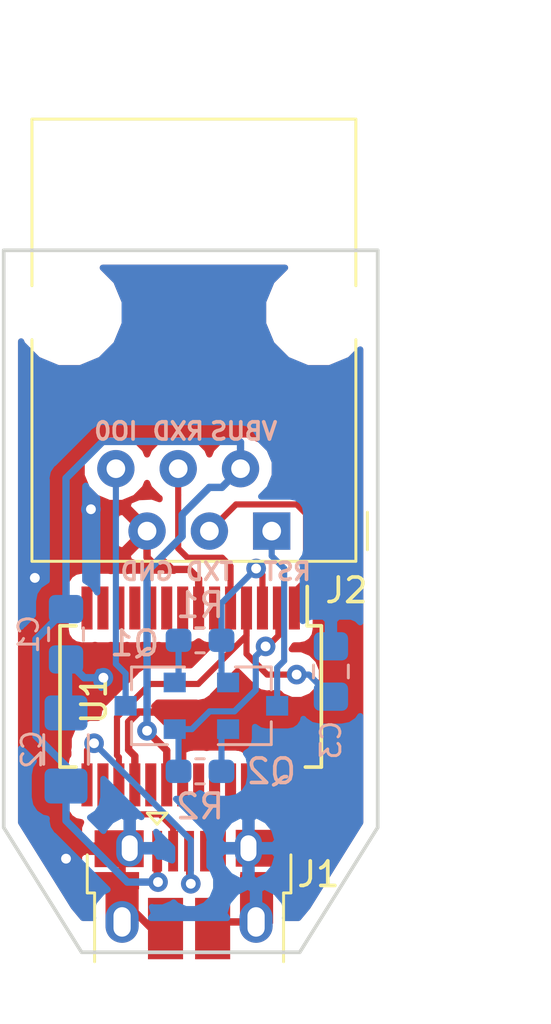
<source format=kicad_pcb>
(kicad_pcb (version 20171130) (host pcbnew 5.0.1)

  (general
    (thickness 1)
    (drawings 14)
    (tracks 132)
    (zones 0)
    (modules 10)
    (nets 27)
  )

  (page A4)
  (layers
    (0 F.Cu signal)
    (31 B.Cu signal)
    (32 B.Adhes user)
    (33 F.Adhes user)
    (34 B.Paste user)
    (35 F.Paste user)
    (36 B.SilkS user)
    (37 F.SilkS user)
    (38 B.Mask user)
    (39 F.Mask user)
    (40 Dwgs.User user)
    (41 Cmts.User user)
    (42 Eco1.User user)
    (43 Eco2.User user)
    (44 Edge.Cuts user)
    (45 Margin user)
    (46 B.CrtYd user)
    (47 F.CrtYd user)
    (48 B.Fab user)
    (49 F.Fab user)
  )

  (setup
    (last_trace_width 0.25)
    (trace_clearance 0.2)
    (zone_clearance 0.508)
    (zone_45_only no)
    (trace_min 0.2)
    (segment_width 0.2)
    (edge_width 0.15)
    (via_size 0.8)
    (via_drill 0.4)
    (via_min_size 0.4)
    (via_min_drill 0.3)
    (uvia_size 0.3)
    (uvia_drill 0.1)
    (uvias_allowed no)
    (uvia_min_size 0.2)
    (uvia_min_drill 0.1)
    (pcb_text_width 0.3)
    (pcb_text_size 1.5 1.5)
    (mod_edge_width 0.15)
    (mod_text_size 1 1)
    (mod_text_width 0.15)
    (pad_size 1.75 0.45)
    (pad_drill 0)
    (pad_to_mask_clearance 0.2)
    (solder_mask_min_width 0.25)
    (aux_axis_origin 0 0)
    (visible_elements FFFFFF7F)
    (pcbplotparams
      (layerselection 0x010f0_ffffffff)
      (usegerberextensions true)
      (usegerberattributes false)
      (usegerberadvancedattributes false)
      (creategerberjobfile false)
      (excludeedgelayer true)
      (linewidth 0.100000)
      (plotframeref false)
      (viasonmask false)
      (mode 1)
      (useauxorigin false)
      (hpglpennumber 1)
      (hpglpenspeed 20)
      (hpglpendiameter 15.000000)
      (psnegative false)
      (psa4output false)
      (plotreference true)
      (plotvalue false)
      (plotinvisibletext false)
      (padsonsilk false)
      (subtractmaskfromsilk true)
      (outputformat 1)
      (mirror false)
      (drillshape 0)
      (scaleselection 1)
      (outputdirectory ""))
  )

  (net 0 "")
  (net 1 GND)
  (net 2 /3v3)
  (net 3 /VBUS)
  (net 4 /TXD)
  (net 5 /RXD)
  (net 6 /USBDM)
  (net 7 /USBDP)
  (net 8 "Net-(J1-Pad4)")
  (net 9 /RESET)
  (net 10 /IO0)
  (net 11 "Net-(Q1-Pad1)")
  (net 12 /DTR)
  (net 13 /RTS)
  (net 14 "Net-(Q2-Pad1)")
  (net 15 "Net-(U1-Pad6)")
  (net 16 "Net-(U1-Pad9)")
  (net 17 "Net-(U1-Pad10)")
  (net 18 "Net-(U1-Pad11)")
  (net 19 "Net-(U1-Pad12)")
  (net 20 "Net-(U1-Pad13)")
  (net 21 "Net-(U1-Pad14)")
  (net 22 "Net-(U1-Pad19)")
  (net 23 "Net-(U1-Pad22)")
  (net 24 "Net-(U1-Pad23)")
  (net 25 "Net-(U1-Pad27)")
  (net 26 "Net-(U1-Pad28)")

  (net_class Default "これはデフォルトのネット クラスです。"
    (clearance 0.2)
    (trace_width 0.25)
    (via_dia 0.8)
    (via_drill 0.4)
    (uvia_dia 0.3)
    (uvia_drill 0.1)
    (add_net /3v3)
    (add_net /DTR)
    (add_net /IO0)
    (add_net /RESET)
    (add_net /RTS)
    (add_net /RXD)
    (add_net /TXD)
    (add_net /USBDM)
    (add_net /USBDP)
    (add_net "Net-(J1-Pad4)")
    (add_net "Net-(Q1-Pad1)")
    (add_net "Net-(Q2-Pad1)")
    (add_net "Net-(U1-Pad10)")
    (add_net "Net-(U1-Pad11)")
    (add_net "Net-(U1-Pad12)")
    (add_net "Net-(U1-Pad13)")
    (add_net "Net-(U1-Pad14)")
    (add_net "Net-(U1-Pad19)")
    (add_net "Net-(U1-Pad22)")
    (add_net "Net-(U1-Pad23)")
    (add_net "Net-(U1-Pad27)")
    (add_net "Net-(U1-Pad28)")
    (add_net "Net-(U1-Pad6)")
    (add_net "Net-(U1-Pad9)")
  )

  (net_class Power ""
    (clearance 0.2)
    (trace_width 0.3)
    (via_dia 0.8)
    (via_drill 0.4)
    (uvia_dia 0.3)
    (uvia_drill 0.1)
    (add_net /VBUS)
    (add_net GND)
  )

  (module Capacitor_SMD:C_0805_2012Metric_Pad1.15x1.40mm_HandSolder (layer B.Cu) (tedit 5BA6338D) (tstamp 5BA72743)
    (at 145.415 97.545 270)
    (descr "Capacitor SMD 0805 (2012 Metric), square (rectangular) end terminal, IPC_7351 nominal with elongated pad for handsoldering. (Body size source: https://docs.google.com/spreadsheets/d/1BsfQQcO9C6DZCsRaXUlFlo91Tg2WpOkGARC1WS5S8t0/edit?usp=sharing), generated with kicad-footprint-generator")
    (tags "capacitor handsolder")
    (path /5BA5A511)
    (attr smd)
    (fp_text reference C1 (at 0 1.524 270) (layer B.SilkS)
      (effects (font (size 0.8 0.8) (thickness 0.12)) (justify mirror))
    )
    (fp_text value 0.1uF (at 0 -1.65 270) (layer B.Fab)
      (effects (font (size 1 1) (thickness 0.15)) (justify mirror))
    )
    (fp_line (start -1 -0.6) (end -1 0.6) (layer B.Fab) (width 0.1))
    (fp_line (start -1 0.6) (end 1 0.6) (layer B.Fab) (width 0.1))
    (fp_line (start 1 0.6) (end 1 -0.6) (layer B.Fab) (width 0.1))
    (fp_line (start 1 -0.6) (end -1 -0.6) (layer B.Fab) (width 0.1))
    (fp_line (start -0.261252 0.71) (end 0.261252 0.71) (layer B.SilkS) (width 0.12))
    (fp_line (start -0.261252 -0.71) (end 0.261252 -0.71) (layer B.SilkS) (width 0.12))
    (fp_line (start -1.85 -0.95) (end -1.85 0.95) (layer B.CrtYd) (width 0.05))
    (fp_line (start -1.85 0.95) (end 1.85 0.95) (layer B.CrtYd) (width 0.05))
    (fp_line (start 1.85 0.95) (end 1.85 -0.95) (layer B.CrtYd) (width 0.05))
    (fp_line (start 1.85 -0.95) (end -1.85 -0.95) (layer B.CrtYd) (width 0.05))
    (fp_text user %R (at 0 0 270) (layer B.Fab)
      (effects (font (size 0.5 0.5) (thickness 0.08)) (justify mirror))
    )
    (pad 1 smd roundrect (at -1.025 0 270) (size 1.15 1.4) (layers B.Cu B.Paste B.Mask) (roundrect_rratio 0.217391)
      (net 3 /VBUS))
    (pad 2 smd roundrect (at 1.025 0 270) (size 1.15 1.4) (layers B.Cu B.Paste B.Mask) (roundrect_rratio 0.217391)
      (net 1 GND))
    (model ${KISYS3DMOD}/Capacitor_SMD.3dshapes/C_0805_2012Metric.wrl
      (at (xyz 0 0 0))
      (scale (xyz 1 1 1))
      (rotate (xyz 0 0 0))
    )
  )

  (module Capacitor_SMD:C_1206_3216Metric_Pad1.42x1.75mm_HandSolder (layer B.Cu) (tedit 5BA63367) (tstamp 5BA72754)
    (at 145.415 102.235 90)
    (descr "Capacitor SMD 1206 (3216 Metric), square (rectangular) end terminal, IPC_7351 nominal with elongated pad for handsoldering. (Body size source: http://www.tortai-tech.com/upload/download/2011102023233369053.pdf), generated with kicad-footprint-generator")
    (tags "capacitor handsolder")
    (path /5BA5A5A4)
    (attr smd)
    (fp_text reference C2 (at 0 -1.397 90) (layer B.SilkS)
      (effects (font (size 0.8 0.8) (thickness 0.12)) (justify mirror))
    )
    (fp_text value 10uF (at 0 -1.82 90) (layer B.Fab)
      (effects (font (size 1 1) (thickness 0.15)) (justify mirror))
    )
    (fp_line (start -1.6 -0.8) (end -1.6 0.8) (layer B.Fab) (width 0.1))
    (fp_line (start -1.6 0.8) (end 1.6 0.8) (layer B.Fab) (width 0.1))
    (fp_line (start 1.6 0.8) (end 1.6 -0.8) (layer B.Fab) (width 0.1))
    (fp_line (start 1.6 -0.8) (end -1.6 -0.8) (layer B.Fab) (width 0.1))
    (fp_line (start -0.602064 0.91) (end 0.602064 0.91) (layer B.SilkS) (width 0.12))
    (fp_line (start -0.602064 -0.91) (end 0.602064 -0.91) (layer B.SilkS) (width 0.12))
    (fp_line (start -2.45 -1.12) (end -2.45 1.12) (layer B.CrtYd) (width 0.05))
    (fp_line (start -2.45 1.12) (end 2.45 1.12) (layer B.CrtYd) (width 0.05))
    (fp_line (start 2.45 1.12) (end 2.45 -1.12) (layer B.CrtYd) (width 0.05))
    (fp_line (start 2.45 -1.12) (end -2.45 -1.12) (layer B.CrtYd) (width 0.05))
    (fp_text user %R (at 0 0 90) (layer B.Fab)
      (effects (font (size 0.8 0.8) (thickness 0.12)) (justify mirror))
    )
    (pad 1 smd roundrect (at -1.4875 0 90) (size 1.425 1.75) (layers B.Cu B.Paste B.Mask) (roundrect_rratio 0.175439)
      (net 3 /VBUS))
    (pad 2 smd roundrect (at 1.4875 0 90) (size 1.425 1.75) (layers B.Cu B.Paste B.Mask) (roundrect_rratio 0.175439)
      (net 1 GND))
    (model ${KISYS3DMOD}/Capacitor_SMD.3dshapes/C_1206_3216Metric.wrl
      (at (xyz 0 0 0))
      (scale (xyz 1 1 1))
      (rotate (xyz 0 0 0))
    )
  )

  (module Package_SO:SSOP-28_5.3x10.2mm_P0.65mm (layer F.Cu) (tedit 5BA63278) (tstamp 5BA727E9)
    (at 150.495 100.076 270)
    (descr "28-Lead Plastic Shrink Small Outline (SS)-5.30 mm Body [SSOP] (see Microchip Packaging Specification 00000049BS.pdf)")
    (tags "SSOP 0.65")
    (path /5C4A77D3)
    (attr smd)
    (fp_text reference U1 (at 0.127 3.937 270) (layer F.SilkS)
      (effects (font (size 1 1) (thickness 0.15)))
    )
    (fp_text value FT232RL (at 0 6.25 270) (layer F.Fab)
      (effects (font (size 1 1) (thickness 0.15)))
    )
    (fp_text user %R (at 0 0 270) (layer F.Fab)
      (effects (font (size 0.8 0.8) (thickness 0.15)))
    )
    (fp_line (start -2.875 -4.75) (end -4.475 -4.75) (layer F.SilkS) (width 0.15))
    (fp_line (start -2.875 5.325) (end 2.875 5.325) (layer F.SilkS) (width 0.15))
    (fp_line (start -2.875 -5.325) (end 2.875 -5.325) (layer F.SilkS) (width 0.15))
    (fp_line (start -2.875 5.325) (end -2.875 4.675) (layer F.SilkS) (width 0.15))
    (fp_line (start 2.875 5.325) (end 2.875 4.675) (layer F.SilkS) (width 0.15))
    (fp_line (start 2.875 -5.325) (end 2.875 -4.675) (layer F.SilkS) (width 0.15))
    (fp_line (start -2.875 -5.325) (end -2.875 -4.75) (layer F.SilkS) (width 0.15))
    (fp_line (start -4.75 5.5) (end 4.75 5.5) (layer F.CrtYd) (width 0.05))
    (fp_line (start -4.75 -5.5) (end 4.75 -5.5) (layer F.CrtYd) (width 0.05))
    (fp_line (start 4.75 -5.5) (end 4.75 5.5) (layer F.CrtYd) (width 0.05))
    (fp_line (start -4.75 -5.5) (end -4.75 5.5) (layer F.CrtYd) (width 0.05))
    (fp_line (start -2.65 -4.1) (end -1.65 -5.1) (layer F.Fab) (width 0.15))
    (fp_line (start -2.65 5.1) (end -2.65 -4.1) (layer F.Fab) (width 0.15))
    (fp_line (start 2.65 5.1) (end -2.65 5.1) (layer F.Fab) (width 0.15))
    (fp_line (start 2.65 -5.1) (end 2.65 5.1) (layer F.Fab) (width 0.15))
    (fp_line (start -1.65 -5.1) (end 2.65 -5.1) (layer F.Fab) (width 0.15))
    (pad 28 smd rect (at 3.6 -4.225 270) (size 1.75 0.45) (layers F.Cu F.Paste F.Mask)
      (net 26 "Net-(U1-Pad28)"))
    (pad 27 smd rect (at 3.6 -3.575 270) (size 1.75 0.45) (layers F.Cu F.Paste F.Mask)
      (net 25 "Net-(U1-Pad27)"))
    (pad 26 smd rect (at 3.6 -2.925 270) (size 1.75 0.45) (layers F.Cu F.Paste F.Mask)
      (net 1 GND) (zone_connect 2))
    (pad 25 smd rect (at 3.6 -2.275 270) (size 1.75 0.45) (layers F.Cu F.Paste F.Mask)
      (net 1 GND))
    (pad 24 smd rect (at 3.6 -1.625 270) (size 1.75 0.45) (layers F.Cu F.Paste F.Mask))
    (pad 23 smd rect (at 3.6 -0.975 270) (size 1.75 0.45) (layers F.Cu F.Paste F.Mask)
      (net 24 "Net-(U1-Pad23)"))
    (pad 22 smd rect (at 3.6 -0.325 270) (size 1.75 0.45) (layers F.Cu F.Paste F.Mask)
      (net 23 "Net-(U1-Pad22)"))
    (pad 21 smd rect (at 3.6 0.325 270) (size 1.75 0.45) (layers F.Cu F.Paste F.Mask)
      (net 1 GND))
    (pad 20 smd rect (at 3.6 0.975 270) (size 1.75 0.45) (layers F.Cu F.Paste F.Mask)
      (net 3 /VBUS))
    (pad 19 smd rect (at 3.6 1.625 270) (size 1.75 0.45) (layers F.Cu F.Paste F.Mask)
      (net 22 "Net-(U1-Pad19)"))
    (pad 18 smd rect (at 3.6 2.275 270) (size 1.75 0.45) (layers F.Cu F.Paste F.Mask)
      (net 1 GND))
    (pad 17 smd rect (at 3.6 2.925 270) (size 1.75 0.45) (layers F.Cu F.Paste F.Mask)
      (net 2 /3v3))
    (pad 16 smd rect (at 3.6 3.575 270) (size 1.75 0.45) (layers F.Cu F.Paste F.Mask)
      (net 6 /USBDM))
    (pad 15 smd rect (at 3.6 4.225 270) (size 1.75 0.45) (layers F.Cu F.Paste F.Mask)
      (net 7 /USBDP))
    (pad 14 smd rect (at -3.6 4.225 270) (size 1.75 0.45) (layers F.Cu F.Paste F.Mask)
      (net 21 "Net-(U1-Pad14)"))
    (pad 13 smd rect (at -3.6 3.575 270) (size 1.75 0.45) (layers F.Cu F.Paste F.Mask)
      (net 20 "Net-(U1-Pad13)"))
    (pad 12 smd rect (at -3.6 2.925 270) (size 1.75 0.45) (layers F.Cu F.Paste F.Mask)
      (net 19 "Net-(U1-Pad12)"))
    (pad 11 smd rect (at -3.6 2.275 270) (size 1.75 0.45) (layers F.Cu F.Paste F.Mask)
      (net 18 "Net-(U1-Pad11)"))
    (pad 10 smd rect (at -3.6 1.625 270) (size 1.75 0.45) (layers F.Cu F.Paste F.Mask)
      (net 17 "Net-(U1-Pad10)"))
    (pad 9 smd rect (at -3.6 0.975 270) (size 1.75 0.45) (layers F.Cu F.Paste F.Mask)
      (net 16 "Net-(U1-Pad9)"))
    (pad 8 smd rect (at -3.6 0.325 270) (size 1.75 0.45) (layers F.Cu F.Paste F.Mask))
    (pad 7 smd rect (at -3.6 -0.325 270) (size 1.75 0.45) (layers F.Cu F.Paste F.Mask)
      (net 1 GND))
    (pad 6 smd rect (at -3.6 -0.975 270) (size 1.75 0.45) (layers F.Cu F.Paste F.Mask)
      (net 15 "Net-(U1-Pad6)"))
    (pad 5 smd rect (at -3.6 -1.625 270) (size 1.75 0.45) (layers F.Cu F.Paste F.Mask)
      (net 5 /RXD))
    (pad 4 smd rect (at -3.6 -2.275 270) (size 1.75 0.45) (layers F.Cu F.Paste F.Mask)
      (net 2 /3v3))
    (pad 3 smd rect (at -3.6 -2.925 270) (size 1.75 0.45) (layers F.Cu F.Paste F.Mask)
      (net 13 /RTS))
    (pad 2 smd rect (at -3.6 -3.575 270) (size 1.75 0.45) (layers F.Cu F.Paste F.Mask)
      (net 12 /DTR))
    (pad 1 smd rect (at -3.6 -4.225 270) (size 1.75 0.45) (layers F.Cu F.Paste F.Mask)
      (net 4 /TXD))
    (model ${KISYS3DMOD}/Package_SO.3dshapes/SSOP-28_5.3x10.2mm_P0.65mm.wrl
      (at (xyz 0 0 0))
      (scale (xyz 1 1 1))
      (rotate (xyz 0 0 0))
    )
  )

  (module Capacitor_SMD:C_0805_2012Metric_Pad1.15x1.40mm_HandSolder (layer B.Cu) (tedit 5BA6337B) (tstamp 5BA7368B)
    (at 156.21 99.06 90)
    (descr "Capacitor SMD 0805 (2012 Metric), square (rectangular) end terminal, IPC_7351 nominal with elongated pad for handsoldering. (Body size source: https://docs.google.com/spreadsheets/d/1BsfQQcO9C6DZCsRaXUlFlo91Tg2WpOkGARC1WS5S8t0/edit?usp=sharing), generated with kicad-footprint-generator")
    (tags "capacitor handsolder")
    (path /5BA5F7DD)
    (attr smd)
    (fp_text reference C3 (at -2.794 0 90) (layer B.SilkS)
      (effects (font (size 0.8 0.8) (thickness 0.12)) (justify mirror))
    )
    (fp_text value 0.1uF (at 0 -1.65 90) (layer B.Fab)
      (effects (font (size 1 1) (thickness 0.15)) (justify mirror))
    )
    (fp_line (start -1 -0.6) (end -1 0.6) (layer B.Fab) (width 0.1))
    (fp_line (start -1 0.6) (end 1 0.6) (layer B.Fab) (width 0.1))
    (fp_line (start 1 0.6) (end 1 -0.6) (layer B.Fab) (width 0.1))
    (fp_line (start 1 -0.6) (end -1 -0.6) (layer B.Fab) (width 0.1))
    (fp_line (start -0.261252 0.71) (end 0.261252 0.71) (layer B.SilkS) (width 0.12))
    (fp_line (start -0.261252 -0.71) (end 0.261252 -0.71) (layer B.SilkS) (width 0.12))
    (fp_line (start -1.85 -0.95) (end -1.85 0.95) (layer B.CrtYd) (width 0.05))
    (fp_line (start -1.85 0.95) (end 1.85 0.95) (layer B.CrtYd) (width 0.05))
    (fp_line (start 1.85 0.95) (end 1.85 -0.95) (layer B.CrtYd) (width 0.05))
    (fp_line (start 1.85 -0.95) (end -1.85 -0.95) (layer B.CrtYd) (width 0.05))
    (fp_text user %R (at 0 0 90) (layer B.Fab)
      (effects (font (size 0.5 0.5) (thickness 0.08)) (justify mirror))
    )
    (pad 1 smd roundrect (at -1.025 0 90) (size 1.15 1.4) (layers B.Cu B.Paste B.Mask) (roundrect_rratio 0.217391)
      (net 2 /3v3))
    (pad 2 smd roundrect (at 1.025 0 90) (size 1.15 1.4) (layers B.Cu B.Paste B.Mask) (roundrect_rratio 0.217391)
      (net 1 GND))
    (model ${KISYS3DMOD}/Capacitor_SMD.3dshapes/C_0805_2012Metric.wrl
      (at (xyz 0 0 0))
      (scale (xyz 1 1 1))
      (rotate (xyz 0 0 0))
    )
  )

  (module Connector_USB:USB_Micro-B_Amphenol_10103594-0001LF_Horizontal (layer F.Cu) (tedit 5A1DC0BD) (tstamp 5C30C5ED)
    (at 150.455 108.14)
    (descr "Micro USB Type B 10103594-0001LF, http://cdn.amphenol-icc.com/media/wysiwyg/files/drawing/10103594.pdf")
    (tags "USB USB_B USB_micro USB_OTG")
    (path /5BA66B76)
    (attr smd)
    (fp_text reference J1 (at 5.247 -0.825) (layer F.SilkS)
      (effects (font (size 1 1) (thickness 0.15)))
    )
    (fp_text value USB_B_Micro (at -0.025 4.435) (layer F.Fab)
      (effects (font (size 1 1) (thickness 0.15)))
    )
    (fp_text user "PCB edge" (at -0.025 2.235) (layer Dwgs.User)
      (effects (font (size 0.5 0.5) (thickness 0.075)))
    )
    (fp_text user %R (at -0.025 -0.015) (layer F.Fab)
      (effects (font (size 1 1) (thickness 0.15)))
    )
    (fp_line (start -4.175 -0.065) (end -4.175 -1.615) (layer F.SilkS) (width 0.12))
    (fp_line (start -4.175 -0.065) (end -3.875 -0.065) (layer F.SilkS) (width 0.12))
    (fp_line (start -3.875 2.735) (end -3.875 -0.065) (layer F.SilkS) (width 0.12))
    (fp_line (start 4.125 -0.065) (end 4.125 -1.615) (layer F.SilkS) (width 0.12))
    (fp_line (start 3.825 -0.065) (end 4.125 -0.065) (layer F.SilkS) (width 0.12))
    (fp_line (start 3.825 2.735) (end 3.825 -0.065) (layer F.SilkS) (width 0.12))
    (fp_line (start -0.925 -3.315) (end -1.325 -2.865) (layer F.SilkS) (width 0.12))
    (fp_line (start -1.725 -3.315) (end -0.925 -3.315) (layer F.SilkS) (width 0.12))
    (fp_line (start -1.325 -2.865) (end -1.725 -3.315) (layer F.SilkS) (width 0.12))
    (fp_line (start -3.775 -0.865) (end -2.975 -1.615) (layer F.Fab) (width 0.12))
    (fp_line (start 3.725 3.335) (end -3.775 3.335) (layer F.Fab) (width 0.12))
    (fp_line (start 3.725 -1.615) (end 3.725 3.335) (layer F.Fab) (width 0.12))
    (fp_line (start -2.975 -1.615) (end 3.725 -1.615) (layer F.Fab) (width 0.12))
    (fp_line (start -3.775 3.335) (end -3.775 -0.865) (layer F.Fab) (width 0.12))
    (fp_line (start -4.025 2.835) (end 3.975 2.835) (layer Dwgs.User) (width 0.1))
    (fp_line (start -4.13 -2.88) (end 4.14 -2.88) (layer F.CrtYd) (width 0.05))
    (fp_line (start -4.13 -2.88) (end -4.13 3.58) (layer F.CrtYd) (width 0.05))
    (fp_line (start 4.14 3.58) (end 4.14 -2.88) (layer F.CrtYd) (width 0.05))
    (fp_line (start 4.14 3.58) (end -4.13 3.58) (layer F.CrtYd) (width 0.05))
    (pad 6 smd rect (at 2.725 0.185) (size 1.35 2) (layers F.Cu F.Paste F.Mask)
      (net 1 GND))
    (pad 6 smd rect (at -2.755 0.185) (size 1.35 2) (layers F.Cu F.Paste F.Mask)
      (net 1 GND))
    (pad 6 smd rect (at -2.975 -0.565) (size 1.825 0.7) (layers F.Cu F.Paste F.Mask)
      (net 1 GND))
    (pad 6 smd rect (at 2.975 -0.565) (size 1.825 0.7) (layers F.Cu F.Paste F.Mask)
      (net 1 GND))
    (pad 6 smd rect (at -2.875 -1.865) (size 2 1.5) (layers F.Cu F.Paste F.Mask)
      (net 1 GND))
    (pad 6 smd rect (at 2.875 -1.885) (size 2 1.5) (layers F.Cu F.Paste F.Mask)
      (net 1 GND))
    (pad 1 smd rect (at -1.325 -1.765 90) (size 1.65 0.4) (layers F.Cu F.Paste F.Mask)
      (net 3 /VBUS))
    (pad 2 smd rect (at -0.675 -1.765 90) (size 1.65 0.4) (layers F.Cu F.Paste F.Mask)
      (net 6 /USBDM))
    (pad 3 smd rect (at -0.025 -1.765 90) (size 1.65 0.4) (layers F.Cu F.Paste F.Mask)
      (net 7 /USBDP))
    (pad 4 smd rect (at 0.625 -1.765 90) (size 1.65 0.4) (layers F.Cu F.Paste F.Mask)
      (net 8 "Net-(J1-Pad4)"))
    (pad 5 smd rect (at 1.275 -1.765 90) (size 1.65 0.4) (layers F.Cu F.Paste F.Mask)
      (net 1 GND))
    (pad 6 thru_hole oval (at -2.445 -1.885 90) (size 1.5 1.1) (drill oval 1.05 0.65) (layers *.Cu *.Mask)
      (net 1 GND))
    (pad 6 thru_hole oval (at 2.395 -1.885 90) (size 1.5 1.1) (drill oval 1.05 0.65) (layers *.Cu *.Mask)
      (net 1 GND))
    (pad 6 thru_hole oval (at -2.755 1.115 90) (size 1.7 1.35) (drill oval 1.2 0.7) (layers *.Cu *.Mask)
      (net 1 GND))
    (pad 6 thru_hole oval (at 2.705 1.115 90) (size 1.7 1.35) (drill oval 1.2 0.7) (layers *.Cu *.Mask)
      (net 1 GND))
    (pad 6 smd rect (at -0.985 1.385 90) (size 2.5 1.43) (layers F.Cu F.Paste F.Mask)
      (net 1 GND))
    (pad 6 smd rect (at 0.935 1.385 90) (size 2.5 1.43) (layers F.Cu F.Paste F.Mask)
      (net 1 GND))
    (model ${KISYS3DMOD}/Connector_USB.3dshapes/USB_Micro-B_Amphenol_10103594-0001LF_Horizontal.wrl
      (at (xyz 0 0 0))
      (scale (xyz 1 1 1))
      (rotate (xyz 0 0 0))
    )
  )

  (module Connector_RJ:RJ12_Amphenol_54601 (layer F.Cu) (tedit 5C49CC49) (tstamp 5C4D01FB)
    (at 153.797 93.345 180)
    (descr "RJ12 connector  https://cdn.amphenol-icc.com/media/wysiwyg/files/drawing/c-bmj-0082.pdf")
    (tags "RJ12 connector")
    (path /5C2EBD98)
    (fp_text reference J2 (at -3.048 -2.413 180) (layer F.SilkS)
      (effects (font (size 1 1) (thickness 0.15)))
    )
    (fp_text value RJ12 (at 3.54 18.3 180) (layer F.Fab)
      (effects (font (size 1 1) (thickness 0.15)))
    )
    (fp_line (start -3.43 -0.48) (end -3.43 -1.23) (layer F.Fab) (width 0.1))
    (fp_line (start -2.93 0.02) (end -3.43 -0.48) (layer F.Fab) (width 0.1))
    (fp_line (start -3.43 0.52) (end -2.93 0.02) (layer F.Fab) (width 0.1))
    (fp_line (start -3.9 0.77) (end -3.9 -0.76) (layer F.SilkS) (width 0.12))
    (fp_line (start -3.43 7.79) (end -3.43 -1.23) (layer F.SilkS) (width 0.12))
    (fp_line (start -3.43 7.72) (end -3.43 7.79) (layer F.SilkS) (width 0.1))
    (fp_line (start -3.43 16.77) (end -3.43 9.99) (layer F.SilkS) (width 0.12))
    (fp_line (start 9.77 16.77) (end -3.43 16.77) (layer F.SilkS) (width 0.12))
    (fp_line (start 9.77 16.76) (end 9.77 16.77) (layer F.SilkS) (width 0.1))
    (fp_line (start 9.77 16.77) (end 9.77 9.99) (layer F.SilkS) (width 0.12))
    (fp_line (start 9.77 16.65) (end 9.77 16.77) (layer F.SilkS) (width 0.1))
    (fp_line (start 9.77 -1.23) (end 9.77 7.79) (layer F.SilkS) (width 0.12))
    (fp_line (start -3.43 -1.23) (end 9.77 -1.23) (layer F.SilkS) (width 0.12))
    (fp_line (start -4.04 17.27) (end -4.04 -1.73) (layer F.CrtYd) (width 0.05))
    (fp_line (start 10.38 17.27) (end -4.04 17.27) (layer F.CrtYd) (width 0.05))
    (fp_line (start 10.38 -1.73) (end 10.38 17.27) (layer F.CrtYd) (width 0.05))
    (fp_line (start -4.04 -1.73) (end 10.38 -1.73) (layer F.CrtYd) (width 0.05))
    (fp_line (start 9.77 16.77) (end -3.43 16.77) (layer F.Fab) (width 0.1))
    (fp_line (start 9.77 -1.23) (end 9.77 16.77) (layer F.Fab) (width 0.1))
    (fp_line (start -3.43 -1.23) (end 9.77 -1.23) (layer F.Fab) (width 0.1))
    (fp_line (start -3.43 16.77) (end -3.43 0.52) (layer F.Fab) (width 0.1))
    (fp_text user %R (at 3.16 7.76 180) (layer F.Fab)
      (effects (font (size 1 1) (thickness 0.15)))
    )
    (pad "" np_thru_hole circle (at 8.25 8.89 180) (size 3.25 3.25) (drill 3.25) (layers *.Cu *.Mask))
    (pad 6 thru_hole circle (at 6.35 2.54 180) (size 1.52 1.52) (drill 0.76) (layers *.Cu *.Mask)
      (net 10 /IO0))
    (pad 5 thru_hole circle (at 5.08 0 180) (size 1.52 1.52) (drill 0.76) (layers *.Cu *.Mask)
      (net 1 GND))
    (pad 4 thru_hole circle (at 3.81 2.54 180) (size 1.52 1.52) (drill 0.76) (layers *.Cu *.Mask)
      (net 5 /RXD))
    (pad 3 thru_hole circle (at 2.54 0 180) (size 1.52 1.52) (drill 0.76) (layers *.Cu *.Mask)
      (net 4 /TXD))
    (pad 2 thru_hole circle (at 1.27 2.54 180) (size 1.52 1.52) (drill 0.76) (layers *.Cu *.Mask)
      (net 3 /VBUS))
    (pad "" np_thru_hole circle (at -1.91 8.89 180) (size 3.25 3.25) (drill 3.25) (layers *.Cu *.Mask))
    (pad 1 thru_hole rect (at 0 0 180) (size 1.52 1.52) (drill 0.76) (layers *.Cu *.Mask)
      (net 9 /RESET))
    (model ${KISYS3DMOD}/Connector_RJ.3dshapes/RJ12_Amphenol_54601.wrl
      (at (xyz 0 0 0))
      (scale (xyz 1 1 1))
      (rotate (xyz 0 0 0))
    )
  )

  (module Package_TO_SOT_SMD:SOT-23 (layer B.Cu) (tedit 5A02FF57) (tstamp 5C4D0210)
    (at 148.844 100.457 180)
    (descr "SOT-23, Standard")
    (tags SOT-23)
    (path /5BA6719F)
    (attr smd)
    (fp_text reference Q1 (at 0.635 2.54 180) (layer B.SilkS)
      (effects (font (size 1 1) (thickness 0.15)) (justify mirror))
    )
    (fp_text value S9013 (at 0 -2.5 180) (layer B.Fab)
      (effects (font (size 1 1) (thickness 0.15)) (justify mirror))
    )
    (fp_text user %R (at 0 0 90) (layer B.Fab)
      (effects (font (size 0.5 0.5) (thickness 0.075)) (justify mirror))
    )
    (fp_line (start -0.7 0.95) (end -0.7 -1.5) (layer B.Fab) (width 0.1))
    (fp_line (start -0.15 1.52) (end 0.7 1.52) (layer B.Fab) (width 0.1))
    (fp_line (start -0.7 0.95) (end -0.15 1.52) (layer B.Fab) (width 0.1))
    (fp_line (start 0.7 1.52) (end 0.7 -1.52) (layer B.Fab) (width 0.1))
    (fp_line (start -0.7 -1.52) (end 0.7 -1.52) (layer B.Fab) (width 0.1))
    (fp_line (start 0.76 -1.58) (end 0.76 -0.65) (layer B.SilkS) (width 0.12))
    (fp_line (start 0.76 1.58) (end 0.76 0.65) (layer B.SilkS) (width 0.12))
    (fp_line (start -1.7 1.75) (end 1.7 1.75) (layer B.CrtYd) (width 0.05))
    (fp_line (start 1.7 1.75) (end 1.7 -1.75) (layer B.CrtYd) (width 0.05))
    (fp_line (start 1.7 -1.75) (end -1.7 -1.75) (layer B.CrtYd) (width 0.05))
    (fp_line (start -1.7 -1.75) (end -1.7 1.75) (layer B.CrtYd) (width 0.05))
    (fp_line (start 0.76 1.58) (end -1.4 1.58) (layer B.SilkS) (width 0.12))
    (fp_line (start 0.76 -1.58) (end -0.7 -1.58) (layer B.SilkS) (width 0.12))
    (pad 1 smd rect (at -1 0.95 180) (size 0.9 0.8) (layers B.Cu B.Paste B.Mask)
      (net 11 "Net-(Q1-Pad1)"))
    (pad 2 smd rect (at -1 -0.95 180) (size 0.9 0.8) (layers B.Cu B.Paste B.Mask)
      (net 12 /DTR))
    (pad 3 smd rect (at 1 0 180) (size 0.9 0.8) (layers B.Cu B.Paste B.Mask)
      (net 10 /IO0))
    (model ${KISYS3DMOD}/Package_TO_SOT_SMD.3dshapes/SOT-23.wrl
      (at (xyz 0 0 0))
      (scale (xyz 1 1 1))
      (rotate (xyz 0 0 0))
    )
  )

  (module Package_TO_SOT_SMD:SOT-23 (layer B.Cu) (tedit 5A02FF57) (tstamp 5C4D0225)
    (at 153.019 100.457)
    (descr "SOT-23, Standard")
    (tags SOT-23)
    (path /5BA6726F)
    (attr smd)
    (fp_text reference Q2 (at 0.762 2.667) (layer B.SilkS)
      (effects (font (size 1 1) (thickness 0.15)) (justify mirror))
    )
    (fp_text value S9013 (at 0 -2.5) (layer B.Fab)
      (effects (font (size 1 1) (thickness 0.15)) (justify mirror))
    )
    (fp_line (start 0.76 -1.58) (end -0.7 -1.58) (layer B.SilkS) (width 0.12))
    (fp_line (start 0.76 1.58) (end -1.4 1.58) (layer B.SilkS) (width 0.12))
    (fp_line (start -1.7 -1.75) (end -1.7 1.75) (layer B.CrtYd) (width 0.05))
    (fp_line (start 1.7 -1.75) (end -1.7 -1.75) (layer B.CrtYd) (width 0.05))
    (fp_line (start 1.7 1.75) (end 1.7 -1.75) (layer B.CrtYd) (width 0.05))
    (fp_line (start -1.7 1.75) (end 1.7 1.75) (layer B.CrtYd) (width 0.05))
    (fp_line (start 0.76 1.58) (end 0.76 0.65) (layer B.SilkS) (width 0.12))
    (fp_line (start 0.76 -1.58) (end 0.76 -0.65) (layer B.SilkS) (width 0.12))
    (fp_line (start -0.7 -1.52) (end 0.7 -1.52) (layer B.Fab) (width 0.1))
    (fp_line (start 0.7 1.52) (end 0.7 -1.52) (layer B.Fab) (width 0.1))
    (fp_line (start -0.7 0.95) (end -0.15 1.52) (layer B.Fab) (width 0.1))
    (fp_line (start -0.15 1.52) (end 0.7 1.52) (layer B.Fab) (width 0.1))
    (fp_line (start -0.7 0.95) (end -0.7 -1.5) (layer B.Fab) (width 0.1))
    (fp_text user %R (at 0 0 -90) (layer B.Fab)
      (effects (font (size 0.5 0.5) (thickness 0.075)) (justify mirror))
    )
    (pad 3 smd rect (at 1 0) (size 0.9 0.8) (layers B.Cu B.Paste B.Mask)
      (net 9 /RESET))
    (pad 2 smd rect (at -1 -0.95) (size 0.9 0.8) (layers B.Cu B.Paste B.Mask)
      (net 13 /RTS))
    (pad 1 smd rect (at -1 0.95) (size 0.9 0.8) (layers B.Cu B.Paste B.Mask)
      (net 14 "Net-(Q2-Pad1)"))
    (model ${KISYS3DMOD}/Package_TO_SOT_SMD.3dshapes/SOT-23.wrl
      (at (xyz 0 0 0))
      (scale (xyz 1 1 1))
      (rotate (xyz 0 0 0))
    )
  )

  (module Resistor_SMD:R_0603_1608Metric_Pad1.05x0.95mm_HandSolder (layer B.Cu) (tedit 5B301BBD) (tstamp 5C4D0226)
    (at 150.876 97.79 180)
    (descr "Resistor SMD 0603 (1608 Metric), square (rectangular) end terminal, IPC_7351 nominal with elongated pad for handsoldering. (Body size source: http://www.tortai-tech.com/upload/download/2011102023233369053.pdf), generated with kicad-footprint-generator")
    (tags "resistor handsolder")
    (path /5BA71853)
    (attr smd)
    (fp_text reference R1 (at 0 1.43 180) (layer B.SilkS)
      (effects (font (size 1 1) (thickness 0.15)) (justify mirror))
    )
    (fp_text value 10K (at 0 -1.43 180) (layer B.Fab)
      (effects (font (size 1 1) (thickness 0.15)) (justify mirror))
    )
    (fp_line (start -0.8 -0.4) (end -0.8 0.4) (layer B.Fab) (width 0.1))
    (fp_line (start -0.8 0.4) (end 0.8 0.4) (layer B.Fab) (width 0.1))
    (fp_line (start 0.8 0.4) (end 0.8 -0.4) (layer B.Fab) (width 0.1))
    (fp_line (start 0.8 -0.4) (end -0.8 -0.4) (layer B.Fab) (width 0.1))
    (fp_line (start -0.171267 0.51) (end 0.171267 0.51) (layer B.SilkS) (width 0.12))
    (fp_line (start -0.171267 -0.51) (end 0.171267 -0.51) (layer B.SilkS) (width 0.12))
    (fp_line (start -1.65 -0.73) (end -1.65 0.73) (layer B.CrtYd) (width 0.05))
    (fp_line (start -1.65 0.73) (end 1.65 0.73) (layer B.CrtYd) (width 0.05))
    (fp_line (start 1.65 0.73) (end 1.65 -0.73) (layer B.CrtYd) (width 0.05))
    (fp_line (start 1.65 -0.73) (end -1.65 -0.73) (layer B.CrtYd) (width 0.05))
    (fp_text user %R (at 0 0 180) (layer B.Fab)
      (effects (font (size 0.4 0.4) (thickness 0.06)) (justify mirror))
    )
    (pad 1 smd roundrect (at -0.875 0 180) (size 1.05 0.95) (layers B.Cu B.Paste B.Mask) (roundrect_rratio 0.25)
      (net 13 /RTS))
    (pad 2 smd roundrect (at 0.875 0 180) (size 1.05 0.95) (layers B.Cu B.Paste B.Mask) (roundrect_rratio 0.25)
      (net 11 "Net-(Q1-Pad1)"))
    (model ${KISYS3DMOD}/Resistor_SMD.3dshapes/R_0603_1608Metric.wrl
      (at (xyz 0 0 0))
      (scale (xyz 1 1 1))
      (rotate (xyz 0 0 0))
    )
  )

  (module Resistor_SMD:R_0603_1608Metric_Pad1.05x0.95mm_HandSolder (layer B.Cu) (tedit 5B301BBD) (tstamp 5C4D0236)
    (at 150.876 103.124)
    (descr "Resistor SMD 0603 (1608 Metric), square (rectangular) end terminal, IPC_7351 nominal with elongated pad for handsoldering. (Body size source: http://www.tortai-tech.com/upload/download/2011102023233369053.pdf), generated with kicad-footprint-generator")
    (tags "resistor handsolder")
    (path /5BA71955)
    (attr smd)
    (fp_text reference R2 (at 0 1.43) (layer B.SilkS)
      (effects (font (size 1 1) (thickness 0.15)) (justify mirror))
    )
    (fp_text value 10K (at 0 -1.43) (layer B.Fab)
      (effects (font (size 1 1) (thickness 0.15)) (justify mirror))
    )
    (fp_text user %R (at 0 0) (layer B.Fab)
      (effects (font (size 0.4 0.4) (thickness 0.06)) (justify mirror))
    )
    (fp_line (start 1.65 -0.73) (end -1.65 -0.73) (layer B.CrtYd) (width 0.05))
    (fp_line (start 1.65 0.73) (end 1.65 -0.73) (layer B.CrtYd) (width 0.05))
    (fp_line (start -1.65 0.73) (end 1.65 0.73) (layer B.CrtYd) (width 0.05))
    (fp_line (start -1.65 -0.73) (end -1.65 0.73) (layer B.CrtYd) (width 0.05))
    (fp_line (start -0.171267 -0.51) (end 0.171267 -0.51) (layer B.SilkS) (width 0.12))
    (fp_line (start -0.171267 0.51) (end 0.171267 0.51) (layer B.SilkS) (width 0.12))
    (fp_line (start 0.8 -0.4) (end -0.8 -0.4) (layer B.Fab) (width 0.1))
    (fp_line (start 0.8 0.4) (end 0.8 -0.4) (layer B.Fab) (width 0.1))
    (fp_line (start -0.8 0.4) (end 0.8 0.4) (layer B.Fab) (width 0.1))
    (fp_line (start -0.8 -0.4) (end -0.8 0.4) (layer B.Fab) (width 0.1))
    (pad 2 smd roundrect (at 0.875 0) (size 1.05 0.95) (layers B.Cu B.Paste B.Mask) (roundrect_rratio 0.25)
      (net 14 "Net-(Q2-Pad1)"))
    (pad 1 smd roundrect (at -0.875 0) (size 1.05 0.95) (layers B.Cu B.Paste B.Mask) (roundrect_rratio 0.25)
      (net 12 /DTR))
    (model ${KISYS3DMOD}/Resistor_SMD.3dshapes/R_0603_1608Metric.wrl
      (at (xyz 0 0 0))
      (scale (xyz 1 1 1))
      (rotate (xyz 0 0 0))
    )
  )

  (gr_text GND (at 148.717 94.996) (layer B.SilkS) (tstamp 5C49E7D4)
    (effects (font (size 0.7 0.7) (thickness 0.15)) (justify mirror))
  )
  (gr_text TXD (at 151.257 94.996) (layer B.SilkS) (tstamp 5C49E6FC)
    (effects (font (size 0.7 0.7) (thickness 0.15)) (justify mirror))
  )
  (gr_text RST (at 154.432 94.996) (layer B.SilkS) (tstamp 5C49E66A)
    (effects (font (size 0.7 0.7) (thickness 0.15)) (justify mirror))
  )
  (gr_text IO0 (at 147.447 89.281) (layer B.SilkS) (tstamp 5C49E5D5)
    (effects (font (size 0.7 0.7) (thickness 0.15)) (justify mirror))
  )
  (gr_text RXD (at 149.987 89.281) (layer B.SilkS) (tstamp 5C49E4FD)
    (effects (font (size 0.7 0.7) (thickness 0.15)) (justify mirror))
  )
  (gr_text VBUS (at 152.654 89.281) (layer B.SilkS)
    (effects (font (size 0.7 0.7) (thickness 0.15)) (justify mirror))
  )
  (gr_line (start 142.875 105.41) (end 146.05 110.49) (layer Edge.Cuts) (width 0.15))
  (gr_line (start 158.115 105.41) (end 154.94 110.49) (layer Edge.Cuts) (width 0.15))
  (dimension 28.575 (width 0.3) (layer Cmts.User)
    (gr_text "28.575 mm" (at 163.263 96.2025 270) (layer Cmts.User)
      (effects (font (size 1.5 1.5) (thickness 0.3)))
    )
    (feature1 (pts (xy 160.02 110.49) (xy 161.749421 110.49)))
    (feature2 (pts (xy 160.02 81.915) (xy 161.749421 81.915)))
    (crossbar (pts (xy 161.163 81.915) (xy 161.163 110.49)))
    (arrow1a (pts (xy 161.163 110.49) (xy 160.576579 109.363496)))
    (arrow1b (pts (xy 161.163 110.49) (xy 161.749421 109.363496)))
    (arrow2a (pts (xy 161.163 81.915) (xy 160.576579 83.041504)))
    (arrow2b (pts (xy 161.163 81.915) (xy 161.749421 83.041504)))
  )
  (dimension 15.24 (width 0.3) (layer Cmts.User)
    (gr_text "15.240 mm" (at 150.495 72.83) (layer Cmts.User)
      (effects (font (size 1.5 1.5) (thickness 0.3)))
    )
    (feature1 (pts (xy 158.115 76.2) (xy 158.115 74.343579)))
    (feature2 (pts (xy 142.875 76.2) (xy 142.875 74.343579)))
    (crossbar (pts (xy 142.875 74.93) (xy 158.115 74.93)))
    (arrow1a (pts (xy 158.115 74.93) (xy 156.988496 75.516421)))
    (arrow1b (pts (xy 158.115 74.93) (xy 156.988496 74.343579)))
    (arrow2a (pts (xy 142.875 74.93) (xy 144.001504 75.516421)))
    (arrow2b (pts (xy 142.875 74.93) (xy 144.001504 74.343579)))
  )
  (gr_line (start 142.875 105.41) (end 142.875 81.915) (layer Edge.Cuts) (width 0.15))
  (gr_line (start 154.94 110.49) (end 146.05 110.49) (layer Edge.Cuts) (width 0.15))
  (gr_line (start 158.115 81.915) (end 158.115 105.41) (layer Edge.Cuts) (width 0.15))
  (gr_line (start 142.875 81.915) (end 158.115 81.915) (layer Edge.Cuts) (width 0.15))

  (segment (start 152.895 103.676) (end 153.42 103.676) (width 0.3) (layer F.Cu) (net 1))
  (segment (start 152.85 103.721) (end 152.895 103.676) (width 0.3) (layer F.Cu) (net 1))
  (segment (start 152.85 106.255) (end 152.85 103.721) (width 0.3) (layer F.Cu) (net 1))
  (segment (start 151.85 106.255) (end 151.73 106.375) (width 0.3) (layer F.Cu) (net 1))
  (segment (start 152.85 106.255) (end 151.85 106.255) (width 0.3) (layer F.Cu) (net 1))
  (segment (start 151.66 109.255) (end 151.39 109.525) (width 0.3) (layer F.Cu) (net 1))
  (segment (start 153.16 109.255) (end 151.66 109.255) (width 0.3) (layer F.Cu) (net 1))
  (segment (start 148.9 109.525) (end 147.7 108.325) (width 0.3) (layer F.Cu) (net 1))
  (segment (start 149.47 109.525) (end 148.9 109.525) (width 0.3) (layer F.Cu) (net 1))
  (via (at 146.939 99.314) (size 0.8) (drill 0.4) (layers F.Cu B.Cu) (net 1))
  (segment (start 149.202209 94.905011) (end 148.717 94.419802) (width 0.3) (layer F.Cu) (net 1))
  (segment (start 150.424011 94.905011) (end 149.202209 94.905011) (width 0.3) (layer F.Cu) (net 1))
  (segment (start 150.82 95.301) (end 150.424011 94.905011) (width 0.3) (layer F.Cu) (net 1))
  (segment (start 148.717 94.419802) (end 148.717 93.345) (width 0.3) (layer F.Cu) (net 1))
  (segment (start 150.82 96.476) (end 150.82 95.301) (width 0.3) (layer F.Cu) (net 1))
  (segment (start 150.17 101.815996) (end 149.065004 100.711) (width 0.3) (layer F.Cu) (net 1))
  (segment (start 150.17 103.676) (end 150.17 101.815996) (width 0.3) (layer F.Cu) (net 1))
  (segment (start 148.22 102.501) (end 148.22 103.676) (width 0.3) (layer F.Cu) (net 1))
  (segment (start 147.966999 102.247999) (end 148.22 102.501) (width 0.3) (layer F.Cu) (net 1))
  (segment (start 147.966999 101.112997) (end 147.966999 102.247999) (width 0.3) (layer F.Cu) (net 1))
  (segment (start 148.368996 100.711) (end 147.966999 101.112997) (width 0.3) (layer F.Cu) (net 1))
  (segment (start 149.065004 100.711) (end 148.368996 100.711) (width 0.3) (layer F.Cu) (net 1))
  (segment (start 147.7 106.565) (end 148.01 106.255) (width 0.3) (layer F.Cu) (net 1))
  (segment (start 147.7 108.325) (end 147.7 106.565) (width 0.3) (layer F.Cu) (net 1))
  (via (at 146.431 92.456) (size 0.8) (drill 0.4) (layers F.Cu B.Cu) (net 1))
  (via (at 145.415 106.68) (size 0.8) (drill 0.4) (layers F.Cu B.Cu) (net 1))
  (via (at 144.145 95.25) (size 0.8) (drill 0.4) (layers F.Cu B.Cu) (net 1))
  (segment (start 146.159 99.314) (end 145.415 98.57) (width 0.3) (layer B.Cu) (net 1))
  (segment (start 146.939 99.314) (end 146.159 99.314) (width 0.3) (layer B.Cu) (net 1))
  (segment (start 147.491989 100.916242) (end 148.840231 99.568) (width 0.25) (layer F.Cu) (net 2))
  (segment (start 147.491989 102.472989) (end 147.491989 100.916242) (width 0.25) (layer F.Cu) (net 2))
  (segment (start 147.57 103.676) (end 147.57 102.551) (width 0.25) (layer F.Cu) (net 2))
  (segment (start 147.57 102.551) (end 147.491989 102.472989) (width 0.25) (layer F.Cu) (net 2))
  (segment (start 152.77 97.601) (end 152.77 96.476) (width 0.25) (layer F.Cu) (net 2))
  (segment (start 150.803 99.568) (end 152.77 97.601) (width 0.25) (layer F.Cu) (net 2))
  (segment (start 148.840231 99.568) (end 150.803 99.568) (width 0.25) (layer F.Cu) (net 2))
  (segment (start 156.21 100.085) (end 155.312 99.187) (width 0.25) (layer B.Cu) (net 2))
  (segment (start 155.312 99.187) (end 154.813 99.187) (width 0.25) (layer B.Cu) (net 2))
  (segment (start 154.247315 99.187) (end 154.813 99.187) (width 0.25) (layer F.Cu) (net 2))
  (segment (start 153.612315 99.187) (end 154.247315 99.187) (width 0.25) (layer F.Cu) (net 2))
  (segment (start 152.77 96.476) (end 152.77 98.344685) (width 0.25) (layer F.Cu) (net 2))
  (via (at 154.813 99.187) (size 0.8) (drill 0.4) (layers F.Cu B.Cu) (net 2))
  (segment (start 152.77 98.344685) (end 153.612315 99.187) (width 0.25) (layer F.Cu) (net 2))
  (via (at 149.164017 107.632388) (size 0.8) (drill 0.4) (layers F.Cu B.Cu) (net 3))
  (segment (start 149.164017 107.632388) (end 147.914582 107.632388) (width 0.3) (layer B.Cu) (net 3))
  (segment (start 147.914582 107.632388) (end 145.415 105.132806) (width 0.3) (layer B.Cu) (net 3))
  (segment (start 145.415 104.535) (end 145.415 103.7225) (width 0.3) (layer B.Cu) (net 3))
  (segment (start 145.415 105.132806) (end 145.415 104.535) (width 0.3) (layer B.Cu) (net 3))
  (segment (start 149.13 107.598371) (end 149.164017 107.632388) (width 0.3) (layer F.Cu) (net 3))
  (segment (start 149.13 106.375) (end 149.13 107.598371) (width 0.3) (layer F.Cu) (net 3))
  (segment (start 144.18999 97.74501) (end 144.791628 97.143372) (width 0.3) (layer B.Cu) (net 3))
  (segment (start 144.791628 97.143372) (end 145.415 96.52) (width 0.3) (layer B.Cu) (net 3))
  (segment (start 145.415 102.91) (end 144.18999 101.68499) (width 0.3) (layer B.Cu) (net 3))
  (segment (start 144.18999 101.68499) (end 144.18999 97.74501) (width 0.3) (layer B.Cu) (net 3))
  (segment (start 145.415 103.7225) (end 145.415 102.91) (width 0.3) (layer B.Cu) (net 3))
  (segment (start 145.415 95.845) (end 145.415 96.52) (width 0.3) (layer B.Cu) (net 3))
  (segment (start 145.415 91.194198) (end 145.415 95.845) (width 0.3) (layer B.Cu) (net 3))
  (segment (start 146.914199 89.694999) (end 145.415 91.194198) (width 0.3) (layer B.Cu) (net 3))
  (segment (start 152.491801 89.694999) (end 146.914199 89.694999) (width 0.3) (layer B.Cu) (net 3))
  (segment (start 152.527 89.730198) (end 152.491801 89.694999) (width 0.3) (layer B.Cu) (net 3))
  (segment (start 152.527 90.805) (end 152.527 89.730198) (width 0.3) (layer B.Cu) (net 3))
  (via (at 148.717 101.472998) (size 0.8) (drill 0.4) (layers F.Cu B.Cu) (net 3))
  (segment (start 152.527 90.805) (end 151.767001 91.564999) (width 0.3) (layer B.Cu) (net 3))
  (segment (start 149.52 103.676) (end 149.52 102.275998) (width 0.3) (layer F.Cu) (net 3))
  (segment (start 149.52 102.275998) (end 149.116999 101.872997) (width 0.3) (layer F.Cu) (net 3))
  (segment (start 149.116999 101.872997) (end 148.717 101.472998) (width 0.3) (layer F.Cu) (net 3))
  (segment (start 148.717 94.987802) (end 148.717 100.907313) (width 0.3) (layer B.Cu) (net 3))
  (segment (start 150.146999 93.557803) (end 148.717 94.987802) (width 0.3) (layer B.Cu) (net 3))
  (segment (start 150.146999 92.677001) (end 150.146999 93.557803) (width 0.3) (layer B.Cu) (net 3))
  (segment (start 151.259001 91.564999) (end 150.146999 92.677001) (width 0.3) (layer B.Cu) (net 3))
  (segment (start 151.767001 91.564999) (end 151.259001 91.564999) (width 0.3) (layer B.Cu) (net 3))
  (segment (start 148.717 100.907313) (end 148.717 101.472998) (width 0.3) (layer B.Cu) (net 3))
  (segment (start 154.72 95.826) (end 154.72 96.476) (width 0.25) (layer F.Cu) (net 4))
  (segment (start 155.195 95.351) (end 154.72 95.826) (width 0.25) (layer F.Cu) (net 4))
  (segment (start 155.195 92.637998) (end 155.195 95.351) (width 0.25) (layer F.Cu) (net 4))
  (segment (start 154.817001 92.259999) (end 155.195 92.637998) (width 0.25) (layer F.Cu) (net 4))
  (segment (start 152.342001 92.259999) (end 154.817001 92.259999) (width 0.25) (layer F.Cu) (net 4))
  (segment (start 151.257 93.345) (end 152.342001 92.259999) (width 0.25) (layer F.Cu) (net 4))
  (segment (start 149.987 91.879802) (end 149.987 90.805) (width 0.25) (layer F.Cu) (net 5))
  (segment (start 149.987 94.0508) (end 149.987 91.879802) (width 0.25) (layer F.Cu) (net 5))
  (segment (start 151.777801 94.430001) (end 150.366201 94.430001) (width 0.25) (layer F.Cu) (net 5))
  (segment (start 152.12 94.7722) (end 151.777801 94.430001) (width 0.25) (layer F.Cu) (net 5))
  (segment (start 150.366201 94.430001) (end 149.987 94.0508) (width 0.25) (layer F.Cu) (net 5))
  (segment (start 152.12 96.476) (end 152.12 94.7722) (width 0.25) (layer F.Cu) (net 5))
  (segment (start 146.92 104.801) (end 146.92 103.676) (width 0.25) (layer F.Cu) (net 6))
  (segment (start 146.995001 104.876001) (end 146.92 104.801) (width 0.25) (layer F.Cu) (net 6))
  (segment (start 149.78 105.414998) (end 149.241003 104.876001) (width 0.25) (layer F.Cu) (net 6))
  (segment (start 149.241003 104.876001) (end 146.995001 104.876001) (width 0.25) (layer F.Cu) (net 6))
  (segment (start 149.78 106.375) (end 149.78 105.414998) (width 0.25) (layer F.Cu) (net 6))
  (via (at 150.500254 107.701009) (size 0.8) (drill 0.4) (layers F.Cu B.Cu) (net 7))
  (segment (start 150.43 106.375) (end 150.43 107.630755) (width 0.25) (layer F.Cu) (net 7))
  (segment (start 150.43 107.630755) (end 150.500254 107.701009) (width 0.25) (layer F.Cu) (net 7))
  (via (at 146.557996 101.981) (size 0.8) (drill 0.4) (layers F.Cu B.Cu) (net 7))
  (segment (start 146.27 102.268996) (end 146.557996 101.981) (width 0.25) (layer F.Cu) (net 7))
  (segment (start 150.500254 107.701009) (end 150.500254 105.923258) (width 0.25) (layer B.Cu) (net 7))
  (segment (start 150.500254 105.923258) (end 146.957995 102.380999) (width 0.25) (layer B.Cu) (net 7))
  (segment (start 146.957995 102.380999) (end 146.557996 101.981) (width 0.25) (layer B.Cu) (net 7))
  (segment (start 146.27 103.676) (end 146.27 102.268996) (width 0.25) (layer F.Cu) (net 7))
  (segment (start 154.019 98.907998) (end 154.019 99.807) (width 0.25) (layer B.Cu) (net 9))
  (segment (start 154.305 98.621998) (end 154.019 98.907998) (width 0.25) (layer B.Cu) (net 9))
  (segment (start 154.305 94.863) (end 154.305 98.621998) (width 0.25) (layer B.Cu) (net 9))
  (segment (start 153.797 94.355) (end 154.305 94.863) (width 0.25) (layer B.Cu) (net 9))
  (segment (start 154.019 99.807) (end 154.019 100.457) (width 0.25) (layer B.Cu) (net 9))
  (segment (start 153.797 93.345) (end 153.797 94.355) (width 0.25) (layer B.Cu) (net 9))
  (segment (start 147.844 99.807) (end 147.844 100.457) (width 0.25) (layer B.Cu) (net 10))
  (segment (start 147.844 99.145998) (end 147.844 99.807) (width 0.25) (layer B.Cu) (net 10))
  (segment (start 147.447 98.748998) (end 147.844 99.145998) (width 0.25) (layer B.Cu) (net 10))
  (segment (start 147.447 90.805) (end 147.447 98.748998) (width 0.25) (layer B.Cu) (net 10))
  (segment (start 151.751 101.691) (end 152.035 101.407) (width 0.25) (layer B.Cu) (net 14))
  (segment (start 151.751 103.378) (end 151.751 101.691) (width 0.25) (layer B.Cu) (net 14))
  (segment (start 151.751 99.223) (end 152.035 99.507) (width 0.25) (layer B.Cu) (net 13))
  (segment (start 151.751 97.79) (end 151.751 99.223) (width 0.25) (layer B.Cu) (net 13))
  (segment (start 152.005 98.044) (end 151.751 97.79) (width 0.25) (layer B.Cu) (net 13))
  (segment (start 150.001 101.564) (end 149.844 101.407) (width 0.25) (layer B.Cu) (net 12))
  (segment (start 150.001 103.378) (end 150.001 101.564) (width 0.25) (layer B.Cu) (net 12))
  (via (at 153.162 94.869) (size 0.8) (drill 0.4) (layers F.Cu B.Cu) (net 13))
  (segment (start 153.42 95.127) (end 153.42 96.476) (width 0.25) (layer F.Cu) (net 13))
  (segment (start 153.162 94.869) (end 153.42 95.127) (width 0.25) (layer F.Cu) (net 13))
  (segment (start 150.001 99.35) (end 149.844 99.507) (width 0.25) (layer B.Cu) (net 11))
  (segment (start 150.001 97.79) (end 150.001 99.35) (width 0.25) (layer B.Cu) (net 11))
  (segment (start 153.63166 98.03934) (end 153.54766 98.03934) (width 0.25) (layer F.Cu) (net 12))
  (segment (start 154.07 96.476) (end 154.07 97.601) (width 0.25) (layer F.Cu) (net 12))
  (segment (start 154.07 97.601) (end 153.63166 98.03934) (width 0.25) (layer F.Cu) (net 12))
  (via (at 153.54766 98.03934) (size 0.8) (drill 0.4) (layers F.Cu B.Cu) (net 12))
  (segment (start 151.269001 100.681999) (end 150.544 101.407) (width 0.25) (layer B.Cu) (net 12))
  (segment (start 152.279003 100.681999) (end 151.269001 100.681999) (width 0.25) (layer B.Cu) (net 12))
  (segment (start 150.544 101.407) (end 149.844 101.407) (width 0.25) (layer B.Cu) (net 12))
  (segment (start 153.147661 99.813341) (end 152.279003 100.681999) (width 0.25) (layer B.Cu) (net 12))
  (segment (start 153.147661 98.439339) (end 153.147661 99.813341) (width 0.25) (layer B.Cu) (net 12))
  (segment (start 153.54766 98.03934) (end 153.147661 98.439339) (width 0.25) (layer B.Cu) (net 12))
  (segment (start 151.751 96.28) (end 153.162 94.869) (width 0.25) (layer B.Cu) (net 13))
  (segment (start 151.751 97.79) (end 151.751 96.28) (width 0.25) (layer B.Cu) (net 13))

  (zone (net 1) (net_name GND) (layer F.Cu) (tstamp 5C49E04B) (hatch edge 0.508)
    (connect_pads (clearance 0.508))
    (min_thickness 0.254)
    (fill yes (arc_segments 16) (thermal_gap 0.508) (thermal_bridge_width 0.508))
    (polygon
      (pts
        (xy 142.875 81.915) (xy 158.115 81.915) (xy 158.115 105.41) (xy 154.94 109.22) (xy 146.05 109.22)
        (xy 142.875 105.41)
      )
    )
    (filled_polygon
      (pts
        (xy 153.791065 83.174813) (xy 153.447 84.005458) (xy 153.447 84.904542) (xy 153.791065 85.735187) (xy 154.426813 86.370935)
        (xy 155.257458 86.715) (xy 156.156542 86.715) (xy 156.987187 86.370935) (xy 157.405 85.953122) (xy 157.405001 105.206372)
        (xy 155.261888 108.635355) (xy 154.880517 109.093) (xy 154.49 109.093) (xy 154.49 108.61075) (xy 154.43925 108.56)
        (xy 154.468809 108.56) (xy 154.702198 108.463327) (xy 154.880827 108.284699) (xy 154.9775 108.05131) (xy 154.9775 107.86075)
        (xy 154.81875 107.702) (xy 154.49 107.702) (xy 154.49 107.626045) (xy 154.689698 107.543327) (xy 154.785026 107.448)
        (xy 154.81875 107.448) (xy 154.9775 107.28925) (xy 154.9775 107.09869) (xy 154.965 107.068512) (xy 154.965 106.54075)
        (xy 154.80625 106.382) (xy 153.183 106.382) (xy 153.183 106.128) (xy 154.80625 106.128) (xy 154.965 105.96925)
        (xy 154.965 105.37869) (xy 154.890338 105.19844) (xy 154.945 105.19844) (xy 155.192765 105.149157) (xy 155.402809 105.008809)
        (xy 155.543157 104.798765) (xy 155.59244 104.551) (xy 155.59244 102.801) (xy 155.543157 102.553235) (xy 155.402809 102.343191)
        (xy 155.192765 102.202843) (xy 154.945 102.15356) (xy 154.495 102.15356) (xy 154.395 102.173451) (xy 154.295 102.15356)
        (xy 153.845 102.15356) (xy 153.597235 102.202843) (xy 153.41598 102.323955) (xy 153.354699 102.262673) (xy 153.12131 102.166)
        (xy 153.04125 102.166) (xy 152.8825 102.32475) (xy 152.8825 102.462456) (xy 152.802809 102.343191) (xy 152.592765 102.202843)
        (xy 152.521397 102.188647) (xy 152.49875 102.166) (xy 152.41869 102.166) (xy 152.415073 102.167498) (xy 152.345 102.15356)
        (xy 151.895 102.15356) (xy 151.795 102.173451) (xy 151.695 102.15356) (xy 151.245 102.15356) (xy 151.145 102.173451)
        (xy 151.045 102.15356) (xy 150.595 102.15356) (xy 150.524927 102.167498) (xy 150.52131 102.166) (xy 150.44125 102.166)
        (xy 150.418603 102.188647) (xy 150.347235 102.202843) (xy 150.310685 102.227265) (xy 150.305 102.198686) (xy 150.305 102.198682)
        (xy 150.259454 101.969706) (xy 150.085953 101.710045) (xy 150.020408 101.666249) (xy 149.752 101.397841) (xy 149.752 101.267124)
        (xy 149.594431 100.886718) (xy 149.30328 100.595567) (xy 149.009255 100.473778) (xy 149.155033 100.328) (xy 150.728153 100.328)
        (xy 150.803 100.342888) (xy 150.877847 100.328) (xy 150.877852 100.328) (xy 151.099537 100.283904) (xy 151.350929 100.115929)
        (xy 151.393331 100.05247) (xy 152.398158 99.047644) (xy 153.021988 99.671475) (xy 153.064386 99.734929) (xy 153.127839 99.777327)
        (xy 153.127841 99.777329) (xy 153.253217 99.861102) (xy 153.315778 99.902904) (xy 153.537463 99.947) (xy 153.537467 99.947)
        (xy 153.612314 99.961888) (xy 153.687161 99.947) (xy 154.109289 99.947) (xy 154.22672 100.064431) (xy 154.607126 100.222)
        (xy 155.018874 100.222) (xy 155.39928 100.064431) (xy 155.690431 99.77328) (xy 155.848 99.392874) (xy 155.848 98.981126)
        (xy 155.690431 98.60072) (xy 155.39928 98.309569) (xy 155.018874 98.152) (xy 154.613333 98.152) (xy 154.617929 98.148929)
        (xy 154.718483 97.99844) (xy 154.945 97.99844) (xy 155.192765 97.949157) (xy 155.402809 97.808809) (xy 155.543157 97.598765)
        (xy 155.59244 97.351) (xy 155.59244 96.028362) (xy 155.679472 95.941329) (xy 155.742929 95.898929) (xy 155.910904 95.647537)
        (xy 155.955 95.425852) (xy 155.955 95.425848) (xy 155.969888 95.351001) (xy 155.955 95.276154) (xy 155.955 92.712844)
        (xy 155.969888 92.637997) (xy 155.955 92.56315) (xy 155.955 92.563146) (xy 155.910904 92.341461) (xy 155.742929 92.090069)
        (xy 155.679473 92.047669) (xy 155.407332 91.775528) (xy 155.36493 91.71207) (xy 155.113538 91.544095) (xy 154.891853 91.499999)
        (xy 154.891848 91.499999) (xy 154.817001 91.485111) (xy 154.742154 91.499999) (xy 153.749059 91.499999) (xy 153.922 91.082483)
        (xy 153.922 90.527517) (xy 153.709624 90.014796) (xy 153.317204 89.622376) (xy 152.804483 89.41) (xy 152.249517 89.41)
        (xy 151.736796 89.622376) (xy 151.344376 90.014796) (xy 151.257 90.22574) (xy 151.169624 90.014796) (xy 150.777204 89.622376)
        (xy 150.264483 89.41) (xy 149.709517 89.41) (xy 149.196796 89.622376) (xy 148.804376 90.014796) (xy 148.717 90.22574)
        (xy 148.629624 90.014796) (xy 148.237204 89.622376) (xy 147.724483 89.41) (xy 147.169517 89.41) (xy 146.656796 89.622376)
        (xy 146.264376 90.014796) (xy 146.052 90.527517) (xy 146.052 91.082483) (xy 146.264376 91.595204) (xy 146.656796 91.987624)
        (xy 147.169517 92.2) (xy 147.724483 92.2) (xy 148.237204 91.987624) (xy 148.629624 91.595204) (xy 148.717 91.38426)
        (xy 148.804376 91.595204) (xy 149.196796 91.987624) (xy 149.227001 92.000135) (xy 149.227001 92.045823) (xy 148.92422 91.937845)
        (xy 148.369951 91.965659) (xy 147.987059 92.124258) (xy 147.917841 92.366236) (xy 148.717 93.165395) (xy 148.731143 93.151253)
        (xy 148.910748 93.330858) (xy 148.896605 93.345) (xy 148.910748 93.359143) (xy 148.731143 93.538748) (xy 148.717 93.524605)
        (xy 147.917841 94.323764) (xy 147.987059 94.565742) (xy 148.50978 94.752155) (xy 149.064049 94.724341) (xy 149.423514 94.575446)
        (xy 149.439071 94.598729) (xy 149.50253 94.641131) (xy 149.77587 94.914471) (xy 149.810724 94.966633) (xy 149.745 94.95356)
        (xy 149.295 94.95356) (xy 149.195 94.973451) (xy 149.095 94.95356) (xy 148.645 94.95356) (xy 148.545 94.973451)
        (xy 148.445 94.95356) (xy 147.995 94.95356) (xy 147.895 94.973451) (xy 147.795 94.95356) (xy 147.345 94.95356)
        (xy 147.245 94.973451) (xy 147.145 94.95356) (xy 146.695 94.95356) (xy 146.595 94.973451) (xy 146.495 94.95356)
        (xy 146.045 94.95356) (xy 145.797235 95.002843) (xy 145.587191 95.143191) (xy 145.446843 95.353235) (xy 145.39756 95.601)
        (xy 145.39756 97.351) (xy 145.446843 97.598765) (xy 145.587191 97.808809) (xy 145.797235 97.949157) (xy 146.045 97.99844)
        (xy 146.495 97.99844) (xy 146.595 97.978549) (xy 146.695 97.99844) (xy 147.145 97.99844) (xy 147.245 97.978549)
        (xy 147.345 97.99844) (xy 147.795 97.99844) (xy 147.895 97.978549) (xy 147.995 97.99844) (xy 148.445 97.99844)
        (xy 148.545 97.978549) (xy 148.645 97.99844) (xy 149.095 97.99844) (xy 149.195 97.978549) (xy 149.295 97.99844)
        (xy 149.745 97.99844) (xy 149.845 97.978549) (xy 149.945 97.99844) (xy 150.395 97.99844) (xy 150.465073 97.984502)
        (xy 150.46869 97.986) (xy 150.54875 97.986) (xy 150.571397 97.963353) (xy 150.642765 97.949157) (xy 150.82 97.830731)
        (xy 150.997235 97.949157) (xy 151.068603 97.963353) (xy 151.09125 97.986) (xy 151.17131 97.986) (xy 151.174927 97.984502)
        (xy 151.245 97.99844) (xy 151.297758 97.99844) (xy 150.488199 98.808) (xy 148.915077 98.808) (xy 148.84023 98.793112)
        (xy 148.765383 98.808) (xy 148.765379 98.808) (xy 148.543694 98.852096) (xy 148.292302 99.020071) (xy 148.249902 99.083527)
        (xy 147.007517 100.325913) (xy 146.944061 100.368313) (xy 146.901661 100.431769) (xy 146.90166 100.43177) (xy 146.776086 100.619705)
        (xy 146.717101 100.916242) (xy 146.72302 100.946) (xy 146.352122 100.946) (xy 145.971716 101.103569) (xy 145.680565 101.39472)
        (xy 145.522996 101.775126) (xy 145.522996 102.128814) (xy 145.495112 102.268996) (xy 145.510001 102.343847) (xy 145.510001 102.458713)
        (xy 145.446843 102.553235) (xy 145.39756 102.801) (xy 145.39756 104.551) (xy 145.446843 104.798765) (xy 145.587191 105.008809)
        (xy 145.797235 105.149157) (xy 146.029244 105.195306) (xy 145.945 105.39869) (xy 145.945 105.98925) (xy 146.10375 106.148)
        (xy 147.453 106.148) (xy 147.453 106.128) (xy 147.707 106.128) (xy 147.707 106.148) (xy 147.727 106.148)
        (xy 147.727 106.382) (xy 146.979852 106.382) (xy 146.963207 106.402) (xy 146.10375 106.402) (xy 145.945 106.56075)
        (xy 145.945 107.068512) (xy 145.9325 107.09869) (xy 145.9325 107.28925) (xy 146.09125 107.448) (xy 146.104974 107.448)
        (xy 146.220302 107.563327) (xy 146.39 107.633618) (xy 146.39 107.702) (xy 146.09125 107.702) (xy 145.9325 107.86075)
        (xy 145.9325 108.05131) (xy 146.029173 108.284699) (xy 146.207802 108.463327) (xy 146.440879 108.559871) (xy 146.39 108.61075)
        (xy 146.39 109.093) (xy 146.109483 109.093) (xy 145.728115 108.635358) (xy 143.585 105.206375) (xy 143.585 93.13778)
        (xy 147.309845 93.13778) (xy 147.337659 93.692049) (xy 147.496258 94.074941) (xy 147.738236 94.144159) (xy 148.537395 93.345)
        (xy 147.738236 92.545841) (xy 147.496258 92.615059) (xy 147.309845 93.13778) (xy 143.585 93.13778) (xy 143.585 85.623976)
        (xy 143.631065 85.735187) (xy 144.266813 86.370935) (xy 145.097458 86.715) (xy 145.996542 86.715) (xy 146.827187 86.370935)
        (xy 147.462935 85.735187) (xy 147.807 84.904542) (xy 147.807 84.005458) (xy 147.462935 83.174813) (xy 146.913122 82.625)
        (xy 154.340878 82.625)
      )
    )
  )
  (zone (net 1) (net_name GND) (layer B.Cu) (tstamp 5C49E048) (hatch edge 0.508)
    (connect_pads (clearance 0.508))
    (min_thickness 0.254)
    (fill yes (arc_segments 16) (thermal_gap 0.508) (thermal_bridge_width 0.508))
    (polygon
      (pts
        (xy 142.875 81.915) (xy 158.115 81.915) (xy 158.115 105.41) (xy 154.94 109.22) (xy 146.05 109.22)
        (xy 142.875 105.41)
      )
    )
    (filled_polygon
      (pts
        (xy 157.405001 105.206372) (xy 155.261888 108.635355) (xy 154.880517 109.093) (xy 154.339088 109.093) (xy 154.463673 108.922117)
        (xy 154.304018 108.435241) (xy 153.970196 108.046524) (xy 153.513029 107.815144) (xy 153.4894 107.81209) (xy 153.287 107.935776)
        (xy 153.287 109.093) (xy 153.033 109.093) (xy 153.033 107.935776) (xy 152.8306 107.81209) (xy 152.806971 107.815144)
        (xy 152.349804 108.046524) (xy 152.015982 108.435241) (xy 151.856327 108.922117) (xy 151.980912 109.093) (xy 148.879088 109.093)
        (xy 149.003673 108.922117) (xy 148.91417 108.649174) (xy 148.958143 108.667388) (xy 149.369891 108.667388) (xy 149.750297 108.509819)
        (xy 149.797825 108.462291) (xy 149.913974 108.57844) (xy 150.29438 108.736009) (xy 150.706128 108.736009) (xy 151.086534 108.57844)
        (xy 151.377685 108.287289) (xy 151.535254 107.906883) (xy 151.535254 107.495135) (xy 151.377685 107.114729) (xy 151.260254 106.997298)
        (xy 151.260254 106.568883) (xy 151.66432 106.568883) (xy 151.798156 107.013954) (xy 152.092125 107.373929) (xy 152.501474 107.594006)
        (xy 152.540256 107.598803) (xy 152.723 107.473361) (xy 152.723 106.382) (xy 152.977 106.382) (xy 152.977 107.473361)
        (xy 153.159744 107.598803) (xy 153.198526 107.594006) (xy 153.607875 107.373929) (xy 153.901844 107.013954) (xy 154.03568 106.568883)
        (xy 153.880148 106.382) (xy 152.977 106.382) (xy 152.723 106.382) (xy 151.819852 106.382) (xy 151.66432 106.568883)
        (xy 151.260254 106.568883) (xy 151.260254 105.998106) (xy 151.271589 105.941117) (xy 151.66432 105.941117) (xy 151.819852 106.128)
        (xy 152.723 106.128) (xy 152.723 105.036639) (xy 152.977 105.036639) (xy 152.977 106.128) (xy 153.880148 106.128)
        (xy 154.03568 105.941117) (xy 153.901844 105.496046) (xy 153.607875 105.136071) (xy 153.198526 104.915994) (xy 153.159744 104.911197)
        (xy 152.977 105.036639) (xy 152.723 105.036639) (xy 152.540256 104.911197) (xy 152.501474 104.915994) (xy 152.092125 105.136071)
        (xy 151.798156 105.496046) (xy 151.66432 105.941117) (xy 151.271589 105.941117) (xy 151.275142 105.923258) (xy 151.260254 105.84841)
        (xy 151.260254 105.848406) (xy 151.216158 105.626721) (xy 151.216158 105.62672) (xy 151.090583 105.438785) (xy 151.048183 105.375329)
        (xy 150.984727 105.332929) (xy 149.898238 104.24644) (xy 150.2885 104.24644) (xy 150.627152 104.179078) (xy 150.876 104.012803)
        (xy 151.124848 104.179078) (xy 151.4635 104.24644) (xy 152.0385 104.24644) (xy 152.377152 104.179078) (xy 152.664247 103.987247)
        (xy 152.856078 103.700152) (xy 152.92344 103.3615) (xy 152.92344 102.8865) (xy 152.856078 102.547848) (xy 152.747163 102.384846)
        (xy 152.926809 102.264809) (xy 153.067157 102.054765) (xy 153.11644 101.807) (xy 153.11644 101.318316) (xy 153.321235 101.455157)
        (xy 153.569 101.50444) (xy 154.469 101.50444) (xy 154.716765 101.455157) (xy 154.926809 101.314809) (xy 155.067157 101.104765)
        (xy 155.089745 100.991204) (xy 155.125414 101.044586) (xy 155.416564 101.239127) (xy 155.759999 101.30744) (xy 156.660001 101.30744)
        (xy 157.003436 101.239127) (xy 157.294586 101.044586) (xy 157.405001 100.879339)
      )
    )
    (filled_polygon
      (pts
        (xy 143.624037 102.250943) (xy 143.689582 102.294739) (xy 144.101278 102.706435) (xy 143.960874 102.916565) (xy 143.89256 103.26)
        (xy 143.89256 104.185) (xy 143.960874 104.528435) (xy 144.155414 104.819586) (xy 144.446565 105.014126) (xy 144.63 105.050614)
        (xy 144.63 105.055494) (xy 144.614622 105.132806) (xy 144.63 105.210118) (xy 144.63 105.210121) (xy 144.675546 105.439097)
        (xy 144.849047 105.698759) (xy 144.914592 105.742555) (xy 147.108085 107.936048) (xy 146.889804 108.046524) (xy 146.555982 108.435241)
        (xy 146.396327 108.922117) (xy 146.520912 109.093) (xy 146.109483 109.093) (xy 145.728115 108.635358) (xy 143.585 105.206375)
        (xy 143.585 102.19252)
      )
    )
    (filled_polygon
      (pts
        (xy 148.487561 104.985367) (xy 148.358526 104.915994) (xy 148.319744 104.911197) (xy 148.137 105.036639) (xy 148.137 106.128)
        (xy 149.040148 106.128) (xy 149.19568 105.941117) (xy 149.089195 105.587) (xy 149.740255 106.238061) (xy 149.740255 106.750797)
        (xy 149.369891 106.597388) (xy 149.187108 106.597388) (xy 149.19568 106.568883) (xy 149.040148 106.382) (xy 148.137 106.382)
        (xy 148.137 106.402) (xy 147.883 106.402) (xy 147.883 106.382) (xy 147.863 106.382) (xy 147.863 106.128)
        (xy 147.883 106.128) (xy 147.883 105.036639) (xy 147.700256 104.911197) (xy 147.661474 104.915994) (xy 147.252125 105.136071)
        (xy 146.958156 105.496046) (xy 146.942029 105.549678) (xy 146.397248 105.004897) (xy 146.674586 104.819586) (xy 146.869126 104.528435)
        (xy 146.93744 104.185) (xy 146.93744 103.435245)
      )
    )
    (filled_polygon
      (pts
        (xy 145.542 98.443) (xy 145.562 98.443) (xy 145.562 98.697) (xy 145.542 98.697) (xy 145.542 100.6205)
        (xy 145.562 100.6205) (xy 145.562 100.8745) (xy 145.542 100.8745) (xy 145.542 100.8945) (xy 145.288 100.8945)
        (xy 145.288 100.8745) (xy 145.268 100.8745) (xy 145.268 100.6205) (xy 145.288 100.6205) (xy 145.288 98.697)
        (xy 145.268 98.697) (xy 145.268 98.443) (xy 145.288 98.443) (xy 145.288 98.423) (xy 145.542 98.423)
      )
    )
    (filled_polygon
      (pts
        (xy 146.849684 99.223012) (xy 146.899072 99.296927) (xy 146.962528 99.339327) (xy 147.084 99.460799) (xy 147.084 99.500427)
        (xy 146.936191 99.599191) (xy 146.850143 99.72797) (xy 146.828327 99.675302) (xy 146.654615 99.501589) (xy 146.75 99.271309)
        (xy 146.75 99.073825)
      )
    )
    (filled_polygon
      (pts
        (xy 153.791065 83.174813) (xy 153.447 84.005458) (xy 153.447 84.904542) (xy 153.791065 85.735187) (xy 154.426813 86.370935)
        (xy 155.257458 86.715) (xy 156.156542 86.715) (xy 156.987187 86.370935) (xy 157.405 85.953122) (xy 157.405001 97.056975)
        (xy 157.269699 96.921673) (xy 157.03631 96.825) (xy 156.49575 96.825) (xy 156.337 96.98375) (xy 156.337 97.908)
        (xy 156.357 97.908) (xy 156.357 98.162) (xy 156.337 98.162) (xy 156.337 98.182) (xy 156.083 98.182)
        (xy 156.083 98.162) (xy 156.063 98.162) (xy 156.063 97.908) (xy 156.083 97.908) (xy 156.083 96.98375)
        (xy 155.92425 96.825) (xy 155.38369 96.825) (xy 155.150301 96.921673) (xy 155.065 97.006974) (xy 155.065 94.937846)
        (xy 155.079888 94.862999) (xy 155.065 94.788152) (xy 155.065 94.788148) (xy 155.020904 94.566463) (xy 155.016636 94.560075)
        (xy 155.155157 94.352765) (xy 155.20444 94.105) (xy 155.20444 92.585) (xy 155.155157 92.337235) (xy 155.014809 92.127191)
        (xy 154.804765 91.986843) (xy 154.557 91.93756) (xy 153.367268 91.93756) (xy 153.709624 91.595204) (xy 153.922 91.082483)
        (xy 153.922 90.527517) (xy 153.709624 90.014796) (xy 153.317204 89.622376) (xy 153.30492 89.617288) (xy 153.266454 89.423906)
        (xy 153.092953 89.164245) (xy 153.071853 89.150146) (xy 153.057754 89.129046) (xy 152.798093 88.955545) (xy 152.569117 88.909999)
        (xy 152.569113 88.909999) (xy 152.491801 88.894621) (xy 152.414489 88.909999) (xy 146.991511 88.909999) (xy 146.914199 88.894621)
        (xy 146.836887 88.909999) (xy 146.836883 88.909999) (xy 146.607907 88.955545) (xy 146.348246 89.129046) (xy 146.30445 89.194591)
        (xy 144.914592 90.584449) (xy 144.849047 90.628245) (xy 144.675546 90.887907) (xy 144.63 91.116883) (xy 144.63 91.116886)
        (xy 144.614622 91.194198) (xy 144.63 91.27151) (xy 144.630001 95.364195) (xy 144.621564 95.365873) (xy 144.330414 95.560414)
        (xy 144.135873 95.851564) (xy 144.06756 96.194999) (xy 144.06756 96.757283) (xy 143.68958 97.135263) (xy 143.624038 97.179057)
        (xy 143.585 97.237481) (xy 143.585 85.623976) (xy 143.631065 85.735187) (xy 144.266813 86.370935) (xy 145.097458 86.715)
        (xy 145.996542 86.715) (xy 146.827187 86.370935) (xy 147.462935 85.735187) (xy 147.807 84.904542) (xy 147.807 84.005458)
        (xy 147.462935 83.174813) (xy 146.913122 82.625) (xy 154.340878 82.625)
      )
    )
    (filled_polygon
      (pts
        (xy 146.264376 91.595204) (xy 146.656796 91.987624) (xy 146.687 92.000135) (xy 146.687001 95.840899) (xy 146.499586 95.560414)
        (xy 146.208436 95.365873) (xy 146.2 95.364195) (xy 146.2 91.519355) (xy 146.223305 91.49605)
      )
    )
    (filled_polygon
      (pts
        (xy 148.910748 93.330858) (xy 148.896605 93.345) (xy 148.910748 93.359143) (xy 148.731143 93.538748) (xy 148.717 93.524605)
        (xy 148.702858 93.538748) (xy 148.523253 93.359143) (xy 148.537395 93.345) (xy 148.523253 93.330858) (xy 148.702858 93.151253)
        (xy 148.717 93.165395) (xy 148.731143 93.151253)
      )
    )
  )
)

</source>
